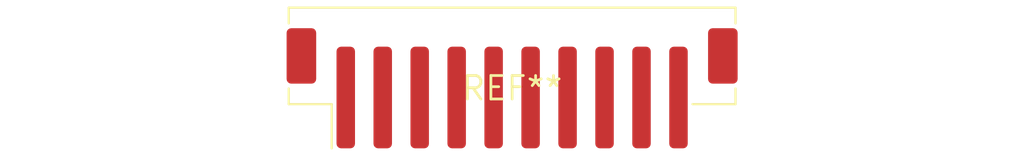
<source format=kicad_pcb>
(kicad_pcb (version 20240108) (generator pcbnew)
  (layers (0 "F.Cu" signal) (31 "B.Cu" signal) (34 "B.Paste" user) (35 "F.Paste" user) (36 "B.SilkS" user "B.Silkscreen") (37 "F.SilkS" user "F.Silkscreen") (38 "B.Mask" user) (39 "F.Mask" user) (44 "Edge.Cuts" user))
  (net 0 "")
  (footprint "JST_PH_B10B-PH-SM4-TB_1x10-1MP_P2.00mm_Vertical" (layer "F.Cu") (at 0 0)
    (property "Reference" "REF**")
    (property "Value" "JST_PH_B10B-PH-SM4-TB_1x10-1MP_P2.00mm_Vertical")
    (fp_line (start -12.085 -4.36) (end 12.085 -4.36) (layer "F.SilkS") (stroke (width 0.12)))
    (fp_line (start -12.085 -3.51) (end -12.085 -4.36) (layer "F.SilkS") (stroke (width 0.12)))
    (fp_line (start -12.085 0.01) (end -12.085 0.86) (layer "F.SilkS") (stroke (width 0.12)))
    (fp_line (start -12.085 0.86) (end -9.76 0.86) (layer "F.SilkS") (stroke (width 0.12)))
    (fp_line (start -9.76 0.86) (end -9.76 3.25) (layer "F.SilkS") (stroke (width 0.12)))
    (fp_line (start 12.085 -4.36) (end 12.085 -3.51) (layer "F.SilkS") (stroke (width 0.12)))
    (fp_line (start 12.085 0.01) (end 12.085 0.86) (layer "F.SilkS") (stroke (width 0.12)))
    (fp_line (start 12.085 0.86) (end 9.76 0.86) (layer "F.SilkS") (stroke (width 0.12)))
    (pad "1" smd roundrect (at -9 0.5) (size 1 5.5) (layers "F.Cu" "F.Paste" "F.Mask"))
    (pad "2" smd roundrect (at -7 0.5) (size 1 5.5) (layers "F.Cu" "F.Paste" "F.Mask"))
    (pad "3" smd roundrect (at -5 0.5) (size 1 5.5) (layers "F.Cu" "F.Paste" "F.Mask"))
    (pad "4" smd roundrect (at -3 0.5) (size 1 5.5) (layers "F.Cu" "F.Paste" "F.Mask"))
    (pad "5" smd roundrect (at -1 0.5) (size 1 5.5) (layers "F.Cu" "F.Paste" "F.Mask"))
    (pad "6" smd roundrect (at 1 0.5) (size 1 5.5) (layers "F.Cu" "F.Paste" "F.Mask"))
    (pad "7" smd roundrect (at 3 0.5) (size 1 5.5) (layers "F.Cu" "F.Paste" "F.Mask"))
    (pad "8" smd roundrect (at 5 0.5) (size 1 5.5) (layers "F.Cu" "F.Paste" "F.Mask"))
    (pad "9" smd roundrect (at 7 0.5) (size 1 5.5) (layers "F.Cu" "F.Paste" "F.Mask"))
    (pad "10" smd roundrect (at 9 0.5) (size 1 5.5) (layers "F.Cu" "F.Paste" "F.Mask"))
    (pad "MP" smd roundrect (at -11.4 -1.75) (size 1.6 3) (layers "F.Cu" "F.Paste" "F.Mask") (roundrect_rratio 0.15625))
    (pad "MP" smd roundrect (at 11.4 -1.75) (size 1.6 3) (layers "F.Cu" "F.Paste" "F.Mask") (roundrect_rratio 0.15625))
  )
)
</source>
